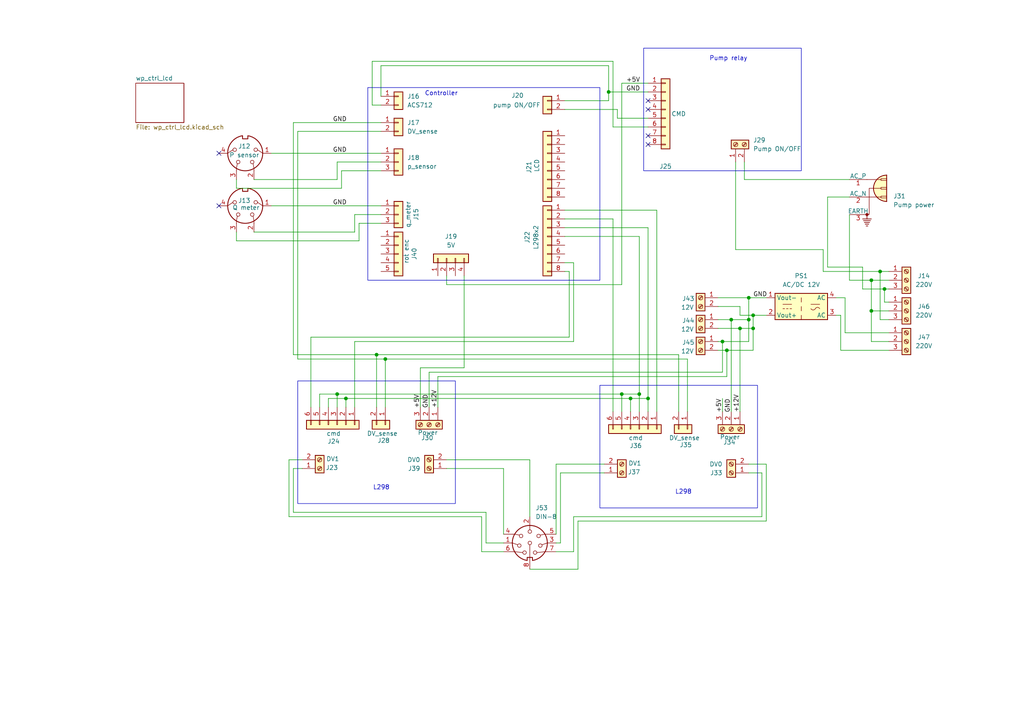
<source format=kicad_sch>
(kicad_sch (version 20231120) (generator "eeschema") (generator_version "8.0")
  (paper "A4")
  (lib_symbols
    (symbol "Connector:Conn_WallSocket_Earth" (pin_names (offset 0))
      (property "Reference" "J" (at 3.81 6.985 0))
      (property "Value" "Conn_WallSocket_Earth" (at 7.62 2.54 90))
      (symbol "Conn_WallSocket_Earth_0_1"
        (circle (center 0 -5.08) (radius 0.3556) (fill (type outline)))
        (polyline (pts (xy -1.27 -6.35) (xy 1.27 -6.35)) (stroke (width 0.2032)))
        (polyline (pts (xy 0 -5.08) (xy 0 -6.35)) (stroke (width 0.2032)))
        (polyline (pts (xy 0.254 -8.382) (xy -0.254 -8.382)) (stroke (width 0.2032)))
        (polyline (pts (xy 0.508 -7.874) (xy -0.508 -7.874)) (stroke (width 0.2032)))
        (polyline (pts (xy 0.762 -7.366) (xy -0.762 -7.366)) (stroke (width 0.2032)))
        (polyline (pts (xy 1.016 -6.858) (xy -1.016 -6.858)) (stroke (width 0.2032)))
        (polyline (pts (xy 4.064 0) (xy 0 0)))
        (polyline (pts (xy 4.064 5.08) (xy 0 5.08)))
        (polyline (pts (xy 5.715 -1.27) (xy 5.715 6.35)) (stroke (width 0.254)))
        (polyline (pts (xy 0 -5.08) (xy 0.635 -5.08) (xy 0.635 2.54) (xy 4.064 2.54)))
        (rectangle (start 5.715 -0.254) (end 4.064 0.254))
        (rectangle (start 5.715 2.286) (end 4.064 2.794))
        (rectangle (start 5.715 4.826) (end 4.064 5.334))
        (arc (start 5.715 6.35) (mid 1.9216 2.54) (end 5.715 -1.27) (stroke (width 0.254)) (fill (type background)))
      )
      (symbol "Conn_WallSocket_Earth_1_1"
        (pin power_in line (at -5.08 5.08 0) (length 5.08) (name "AC_P") (number "1"))
        (pin power_in line (at -5.08 0 0) (length 5.08) (name "AC_N") (number "2"))
        (pin passive line (at -5.08 -5.08 0) (length 5.08) (name "EARTH") (number "3"))
      )
    )
    (symbol "Connector:DIN-4" (pin_names (offset 1.016))
      (property "Reference" "J" (at 5.334 5.08 0))
      (property "Value" "DIN-4" (at 0 -6.35 0))
      (symbol "DIN-4_0_1"
        (arc (start -5.08 0) (mid -3.8609 -3.3364) (end -0.762 -5.08) (stroke (width 0.254)))
        (circle (center -3.048 -1.016) (radius 0.508))
        (circle (center -2.032 2.54) (radius 0.508))
        (polyline (pts (xy -3.556 -1.016) (xy -5.08 0)))
        (polyline (pts (xy 5.08 0) (xy 3.556 -1.016)))
        (polyline (pts (xy -2.54 5.08) (xy -2.54 4.318) (xy -2.286 3.048)))
        (polyline (pts (xy 2.54 5.08) (xy 2.54 4.318) (xy 2.286 3.048)))
        (polyline (pts (xy -0.762 -4.953) (xy -0.762 -4.191) (xy 0.762 -4.191) (xy 0.762 -4.953)) (stroke (width 0.254)))
        (arc (start 0.762 -5.08) (mid 3.8685 -3.343) (end 5.08 0) (stroke (width 0.254)))
        (circle (center 2.032 2.54) (radius 0.508))
        (circle (center 3.048 -1.016) (radius 0.508))
        (arc (start 5.08 0) (mid 0 5.0579) (end -5.08 0) (stroke (width 0.254)))
      )
      (symbol "DIN-4_1_1"
        (pin passive line (at -7.62 0 0) (length 2.54) (name "~") (number "1"))
        (pin passive line (at -2.54 7.62 270) (length 2.54) (name "~") (number "2"))
        (pin passive line (at 2.54 7.62 270) (length 2.54) (name "~") (number "3"))
        (pin passive line (at 7.62 0 180) (length 2.54) (name "~") (number "4"))
      )
    )
    (symbol "Connector:DIN-8" (pin_names (offset 1.016))
      (property "Reference" "J" (at 3.175 5.715 0))
      (property "Value" "DIN-8" (at 2.032 -5.842 0))
      (symbol "DIN-8_0_1"
        (arc (start -5.08 0) (mid -3.8609 -3.3364) (end -0.762 -5.08) (stroke (width 0.254)))
        (circle (center -3.048 -0.762) (radius 0.508))
        (circle (center -2.54 2.032) (radius 0.508))
        (circle (center -1.524 -2.794) (radius 0.508))
        (polyline (pts (xy -5.08 0) (xy -3.556 -0.508)))
        (polyline (pts (xy 0 -0.508) (xy 0 -5.08)))
        (polyline (pts (xy 0 5.08) (xy 0 3.81)))
        (polyline (pts (xy 5.08 0) (xy 3.556 -0.508)))
        (polyline (pts (xy -5.08 -2.54) (xy -4.318 -2.54) (xy -2.032 -2.794)))
        (polyline (pts (xy -5.08 2.54) (xy -4.318 2.54) (xy -3.048 2.286)))
        (polyline (pts (xy 5.08 -2.54) (xy 4.318 -2.54) (xy 2.032 -2.794)))
        (polyline (pts (xy 5.08 2.54) (xy 4.318 2.54) (xy 3.048 2.286)))
        (polyline (pts (xy -0.762 -4.953) (xy -0.762 -4.191) (xy 0.762 -4.191) (xy 0.762 -4.953)) (stroke (width 0.254)))
        (circle (center 0 0) (radius 0.508))
        (circle (center 0 3.302) (radius 0.508))
        (arc (start 0.762 -5.08) (mid 3.8685 -3.343) (end 5.08 0) (stroke (width 0.254)))
        (circle (center 1.524 -2.794) (radius 0.508))
        (circle (center 2.54 2.032) (radius 0.508))
        (circle (center 3.048 -0.762) (radius 0.508))
        (arc (start 5.08 0) (mid 0 5.0579) (end -5.08 0) (stroke (width 0.254)))
      )
      (symbol "DIN-8_1_1"
        (pin passive line (at -7.62 0 0) (length 2.54) (name "~") (number "1"))
        (pin passive line (at 0 7.62 270) (length 2.54) (name "~") (number "2"))
        (pin passive line (at 7.62 0 180) (length 2.54) (name "~") (number "3"))
        (pin passive line (at -7.62 2.54 0) (length 2.54) (name "~") (number "4"))
        (pin passive line (at 7.62 2.54 180) (length 2.54) (name "~") (number "5"))
        (pin passive line (at -7.62 -2.54 0) (length 2.54) (name "~") (number "6"))
        (pin passive line (at 7.62 -2.54 180) (length 2.54) (name "~") (number "7"))
        (pin passive line (at 0 -7.62 90) (length 2.54) (name "~") (number "8"))
      )
    )
    (symbol "Connector:Screw_Terminal_01x02" (pin_names (offset 1.016) hide)
      (property "Reference" "J" (at 0 2.54 0))
      (property "Value" "Screw_Terminal_01x02" (at 0 -5.08 0))
      (symbol "Screw_Terminal_01x02_1_1"
        (rectangle (start -1.27 1.27) (end 1.27 -3.81) (stroke (width 0.254)) (fill (type background)))
        (circle (center 0 -2.54) (radius 0.635) (stroke (width 0.1524)))
        (polyline (pts (xy -0.5334 -2.2098) (xy 0.3302 -3.048)) (stroke (width 0.1524)))
        (polyline (pts (xy -0.5334 0.3302) (xy 0.3302 -0.508)) (stroke (width 0.1524)))
        (polyline (pts (xy -0.3556 -2.032) (xy 0.508 -2.8702)) (stroke (width 0.1524)))
        (polyline (pts (xy -0.3556 0.508) (xy 0.508 -0.3302)) (stroke (width 0.1524)))
        (circle (center 0 0) (radius 0.635) (stroke (width 0.1524)))
        (pin passive line (at -5.08 0 0) (length 3.81) (name "Pin_1") (number "1"))
        (pin passive line (at -5.08 -2.54 0) (length 3.81) (name "Pin_2") (number "2"))
      )
    )
    (symbol "Connector:Screw_Terminal_01x03" (pin_names (offset 1.016) hide)
      (property "Reference" "J" (at 0 5.08 0))
      (property "Value" "Screw_Terminal_01x03" (at 0 -5.08 0))
      (symbol "Screw_Terminal_01x03_1_1"
        (rectangle (start -1.27 3.81) (end 1.27 -3.81) (stroke (width 0.254)) (fill (type background)))
        (circle (center 0 -2.54) (radius 0.635) (stroke (width 0.1524)))
        (polyline (pts (xy -0.5334 -2.2098) (xy 0.3302 -3.048)) (stroke (width 0.1524)))
        (polyline (pts (xy -0.5334 0.3302) (xy 0.3302 -0.508)) (stroke (width 0.1524)))
        (polyline (pts (xy -0.5334 2.8702) (xy 0.3302 2.032)) (stroke (width 0.1524)))
        (polyline (pts (xy -0.3556 -2.032) (xy 0.508 -2.8702)) (stroke (width 0.1524)))
        (polyline (pts (xy -0.3556 0.508) (xy 0.508 -0.3302)) (stroke (width 0.1524)))
        (polyline (pts (xy -0.3556 3.048) (xy 0.508 2.2098)) (stroke (width 0.1524)))
        (circle (center 0 0) (radius 0.635) (stroke (width 0.1524)))
        (circle (center 0 2.54) (radius 0.635) (stroke (width 0.1524)))
        (pin passive line (at -5.08 2.54 0) (length 3.81) (name "Pin_1") (number "1"))
        (pin passive line (at -5.08 0 0) (length 3.81) (name "Pin_2") (number "2"))
        (pin passive line (at -5.08 -2.54 0) (length 3.81) (name "Pin_3") (number "3"))
      )
    )
    (symbol "Connector_Generic:Conn_01x02" (pin_names (offset 1.016) hide)
      (property "Reference" "J" (at 0 2.54 0))
      (property "Value" "Conn_01x02" (at 0 -5.08 0))
      (symbol "Conn_01x02_1_1"
        (rectangle (start -1.27 -2.413) (end 0 -2.667) (stroke (width 0.1524)))
        (rectangle (start -1.27 0.127) (end 0 -0.127) (stroke (width 0.1524)))
        (rectangle (start -1.27 1.27) (end 1.27 -3.81) (stroke (width 0.254)) (fill (type background)))
        (pin passive line (at -5.08 0 0) (length 3.81) (name "Pin_1") (number "1"))
        (pin passive line (at -5.08 -2.54 0) (length 3.81) (name "Pin_2") (number "2"))
      )
    )
    (symbol "Connector_Generic:Conn_01x03" (pin_names (offset 1.016) hide)
      (property "Reference" "J" (at 0 5.08 0))
      (property "Value" "Conn_01x03" (at 0 -5.08 0))
      (symbol "Conn_01x03_1_1"
        (rectangle (start -1.27 -2.413) (end 0 -2.667) (stroke (width 0.1524)))
        (rectangle (start -1.27 0.127) (end 0 -0.127) (stroke (width 0.1524)))
        (rectangle (start -1.27 2.667) (end 0 2.413) (stroke (width 0.1524)))
        (rectangle (start -1.27 3.81) (end 1.27 -3.81) (stroke (width 0.254)) (fill (type background)))
        (pin passive line (at -5.08 2.54 0) (length 3.81) (name "Pin_1") (number "1"))
        (pin passive line (at -5.08 0 0) (length 3.81) (name "Pin_2") (number "2"))
        (pin passive line (at -5.08 -2.54 0) (length 3.81) (name "Pin_3") (number "3"))
      )
    )
    (symbol "Connector_Generic:Conn_01x04" (pin_names (offset 1.016) hide)
      (property "Reference" "J" (at 0 5.08 0))
      (property "Value" "Conn_01x04" (at 0 -7.62 0))
      (symbol "Conn_01x04_1_1"
        (rectangle (start -1.27 -4.953) (end 0 -5.207) (stroke (width 0.1524)))
        (rectangle (start -1.27 -2.413) (end 0 -2.667) (stroke (width 0.1524)))
        (rectangle (start -1.27 0.127) (end 0 -0.127) (stroke (width 0.1524)))
        (rectangle (start -1.27 2.667) (end 0 2.413) (stroke (width 0.1524)))
        (rectangle (start -1.27 3.81) (end 1.27 -6.35) (stroke (width 0.254)) (fill (type background)))
        (pin passive line (at -5.08 2.54 0) (length 3.81) (name "Pin_1") (number "1"))
        (pin passive line (at -5.08 0 0) (length 3.81) (name "Pin_2") (number "2"))
        (pin passive line (at -5.08 -2.54 0) (length 3.81) (name "Pin_3") (number "3"))
        (pin passive line (at -5.08 -5.08 0) (length 3.81) (name "Pin_4") (number "4"))
      )
    )
    (symbol "Connector_Generic:Conn_01x05" (pin_names (offset 1.016) hide)
      (property "Reference" "J" (at 0 7.62 0))
      (property "Value" "Conn_01x05" (at 0 -7.62 0))
      (symbol "Conn_01x05_1_1"
        (rectangle (start -1.27 -4.953) (end 0 -5.207) (stroke (width 0.1524)))
        (rectangle (start -1.27 -2.413) (end 0 -2.667) (stroke (width 0.1524)))
        (rectangle (start -1.27 0.127) (end 0 -0.127) (stroke (width 0.1524)))
        (rectangle (start -1.27 2.667) (end 0 2.413) (stroke (width 0.1524)))
        (rectangle (start -1.27 5.207) (end 0 4.953) (stroke (width 0.1524)))
        (rectangle (start -1.27 6.35) (end 1.27 -6.35) (stroke (width 0.254)) (fill (type background)))
        (pin passive line (at -5.08 5.08 0) (length 3.81) (name "Pin_1") (number "1"))
        (pin passive line (at -5.08 2.54 0) (length 3.81) (name "Pin_2") (number "2"))
        (pin passive line (at -5.08 0 0) (length 3.81) (name "Pin_3") (number "3"))
        (pin passive line (at -5.08 -2.54 0) (length 3.81) (name "Pin_4") (number "4"))
        (pin passive line (at -5.08 -5.08 0) (length 3.81) (name "Pin_5") (number "5"))
      )
    )
    (symbol "Connector_Generic:Conn_01x06" (pin_names (offset 1.016) hide)
      (property "Reference" "J" (at 0 7.62 0))
      (property "Value" "Conn_01x06" (at 0 -10.16 0))
      (symbol "Conn_01x06_1_1"
        (rectangle (start -1.27 -7.493) (end 0 -7.747) (stroke (width 0.1524)))
        (rectangle (start -1.27 -4.953) (end 0 -5.207) (stroke (width 0.1524)))
        (rectangle (start -1.27 -2.413) (end 0 -2.667) (stroke (width 0.1524)))
        (rectangle (start -1.27 0.127) (end 0 -0.127) (stroke (width 0.1524)))
        (rectangle (start -1.27 2.667) (end 0 2.413) (stroke (width 0.1524)))
        (rectangle (start -1.27 5.207) (end 0 4.953) (stroke (width 0.1524)))
        (rectangle (start -1.27 6.35) (end 1.27 -8.89) (stroke (width 0.254)) (fill (type background)))
        (pin passive line (at -5.08 5.08 0) (length 3.81) (name "Pin_1") (number "1"))
        (pin passive line (at -5.08 2.54 0) (length 3.81) (name "Pin_2") (number "2"))
        (pin passive line (at -5.08 0 0) (length 3.81) (name "Pin_3") (number "3"))
        (pin passive line (at -5.08 -2.54 0) (length 3.81) (name "Pin_4") (number "4"))
        (pin passive line (at -5.08 -5.08 0) (length 3.81) (name "Pin_5") (number "5"))
        (pin passive line (at -5.08 -7.62 0) (length 3.81) (name "Pin_6") (number "6"))
      )
    )
    (symbol "Connector_Generic:Conn_01x08" (pin_names (offset 1.016) hide)
      (property "Reference" "J" (at 0 10.16 0))
      (property "Value" "Conn_01x08" (at 0 -12.7 0))
      (symbol "Conn_01x08_1_1"
        (rectangle (start -1.27 -10.033) (end 0 -10.287) (stroke (width 0.1524)))
        (rectangle (start -1.27 -7.493) (end 0 -7.747) (stroke (width 0.1524)))
        (rectangle (start -1.27 -4.953) (end 0 -5.207) (stroke (width 0.1524)))
        (rectangle (start -1.27 -2.413) (end 0 -2.667) (stroke (width 0.1524)))
        (rectangle (start -1.27 0.127) (end 0 -0.127) (stroke (width 0.1524)))
        (rectangle (start -1.27 2.667) (end 0 2.413) (stroke (width 0.1524)))
        (rectangle (start -1.27 5.207) (end 0 4.953) (stroke (width 0.1524)))
        (rectangle (start -1.27 7.747) (end 0 7.493) (stroke (width 0.1524)))
        (rectangle (start -1.27 8.89) (end 1.27 -11.43) (stroke (width 0.254)) (fill (type background)))
        (pin passive line (at -5.08 7.62 0) (length 3.81) (name "Pin_1") (number "1"))
        (pin passive line (at -5.08 5.08 0) (length 3.81) (name "Pin_2") (number "2"))
        (pin passive line (at -5.08 2.54 0) (length 3.81) (name "Pin_3") (number "3"))
        (pin passive line (at -5.08 0 0) (length 3.81) (name "Pin_4") (number "4"))
        (pin passive line (at -5.08 -2.54 0) (length 3.81) (name "Pin_5") (number "5"))
        (pin passive line (at -5.08 -5.08 0) (length 3.81) (name "Pin_6") (number "6"))
        (pin passive line (at -5.08 -7.62 0) (length 3.81) (name "Pin_7") (number "7"))
        (pin passive line (at -5.08 -10.16 0) (length 3.81) (name "Pin_8") (number "8"))
      )
    )
    (symbol "Converter_ACDC:TMLM20105"
      (property "Reference" "PS" (at 0 5.08 0))
      (property "Value" "TMLM20105" (at 0 -5.08 0))
      (symbol "TMLM20105_0_1"
        (rectangle (start -7.62 3.81) (end 7.62 -3.81) (stroke (width 0.254)) (fill (type background)))
        (arc (start -5.334 0.635) (mid -4.699 0.2495) (end -4.064 0.635))
        (arc (start -2.794 0.635) (mid -3.429 1.0072) (end -4.064 0.635))
        (polyline (pts (xy -5.334 -0.635) (xy -2.794 -0.635)))
        (polyline (pts (xy 2.794 -0.635) (xy 5.334 -0.635)))
        (polyline (pts (xy 2.794 0.635) (xy 3.302 0.635)))
        (polyline (pts (xy 3.81 0.635) (xy 4.318 0.635)))
        (polyline (pts (xy 4.826 0.635) (xy 5.334 0.635)))
      )
      (symbol "TMLM20105_1_1"
        (polyline (pts (xy 0 -1.27) (xy 0 -2.54)))
        (polyline (pts (xy 0 1.27) (xy 0 0)))
        (polyline (pts (xy 0 3.81) (xy 0 2.54)))
        (pin power_out line (at 10.16 -2.54 180) (length 2.54) (name "Vout-") (number "1"))
        (pin power_out line (at 10.16 2.54 180) (length 2.54) (name "Vout+") (number "2"))
        (pin power_in line (at -10.16 2.54 0) (length 2.54) (name "AC") (number "3"))
        (pin power_in line (at -10.16 -2.54 0) (length 2.54) (name "AC") (number "4"))
      )
    )
  )
  (junction (at 218.44 95.25))
  (junction (at 252.73 81.28))
  (junction (at 97.79 114.3))
  (junction (at 210.82 101.6))
  (junction (at 209.55 99.06))
  (junction (at 252.73 90.17))
  (junction (at 187.96 115.57))
  (junction (at 217.17 86.36))
  (junction (at 180.34 114.3))
  (junction (at 218.44 91.44))
  (junction (at 217.17 92.71))
  (junction (at 256.54 83.82))
  (junction (at 176.53 26.67))
  (junction (at 109.22 102.87))
  (junction (at 182.88 115.57))
  (junction (at 111.76 104.14))
  (junction (at 214.63 95.25))
  (junction (at 255.27 78.74))
  (junction (at 212.09 92.71))
  (junction (at 185.42 114.3))
  (junction (at 100.33 115.57))
  (no_connect (at 187.96 41.91))
  (no_connect (at 63.5 59.69))
  (no_connect (at 187.96 29.21))
  (no_connect (at 187.96 39.37))
  (no_connect (at 63.5 44.45))
  (no_connect (at 187.96 31.75))
  (wire (pts (xy 252.73 90.17) (xy 252.73 81.28)))
  (wire (pts (xy 110.49 19.05) (xy 176.53 19.05)))
  (wire (pts (xy 180.34 114.3) (xy 180.34 119.38)))
  (wire (pts (xy 166.37 160.02) (xy 161.29 160.02)))
  (wire (pts (xy 208.28 92.71) (xy 212.09 92.71)))
  (wire (pts (xy 165.1 97.79) (xy 165.1 78.74)))
  (wire (pts (xy 139.7 149.86) (xy 139.7 160.02)))
  (wire (pts (xy 111.76 118.11) (xy 111.76 104.14)))
  (wire (pts (xy 99.06 54.61) (xy 99.06 49.53)))
  (wire (pts (xy 86.36 104.14) (xy 111.76 104.14)))
  (wire (pts (xy 199.39 104.14) (xy 199.39 119.38)))
  (wire (pts (xy 100.33 115.57) (xy 95.25 115.57)))
  (wire (pts (xy 240.03 57.15) (xy 246.38 57.15)))
  (wire (pts (xy 73.66 52.07) (xy 97.79 52.07)))
  (wire (pts (xy 222.25 134.62) (xy 222.25 151.13)))
  (wire (pts (xy 73.66 67.31) (xy 102.87 67.31)))
  (wire (pts (xy 124.46 107.95) (xy 124.46 118.11)))
  (wire (pts (xy 95.25 118.11) (xy 95.25 115.57)))
  (wire (pts (xy 161.29 157.48) (xy 162.56 157.48)))
  (wire (pts (xy 140.97 157.48) (xy 146.05 157.48)))
  (wire (pts (xy 250.19 77.47) (xy 250.19 83.82)))
  (wire (pts (xy 240.03 77.47) (xy 250.19 77.47)))
  (wire (pts (xy 92.71 114.3) (xy 92.71 118.11)))
  (wire (pts (xy 109.22 102.87) (xy 196.85 102.87)))
  (wire (pts (xy 163.83 63.5) (xy 177.8 63.5)))
  (wire (pts (xy 180.34 24.13) (xy 180.34 82.55)))
  (wire (pts (xy 163.83 29.21) (xy 176.53 29.21)))
  (wire (pts (xy 100.33 115.57) (xy 182.88 115.57)))
  (wire (pts (xy 83.82 149.86) (xy 139.7 149.86)))
  (wire (pts (xy 166.37 76.2) (xy 163.83 76.2)))
  (wire (pts (xy 162.56 137.16) (xy 175.26 137.16)))
  (wire (pts (xy 127 109.22) (xy 210.82 109.22)))
  (wire (pts (xy 187.96 24.13) (xy 180.34 24.13)))
  (wire (pts (xy 78.74 59.69) (xy 110.49 59.69)))
  (wire (pts (xy 177.8 63.5) (xy 177.8 119.38)))
  (wire (pts (xy 213.36 72.39) (xy 238.76 72.39)))
  (wire (pts (xy 243.84 101.6) (xy 257.81 101.6)))
  (wire (pts (xy 78.74 44.45) (xy 110.49 44.45)))
  (wire (pts (xy 242.57 86.36) (xy 245.11 86.36)))
  (wire (pts (xy 177.8 17.78) (xy 177.8 36.83)))
  (wire (pts (xy 252.73 99.06) (xy 252.73 90.17)))
  (wire (pts (xy 210.82 101.6) (xy 210.82 109.22)))
  (wire (pts (xy 140.97 148.59) (xy 140.97 157.48)))
  (wire (pts (xy 90.17 97.79) (xy 165.1 97.79)))
  (wire (pts (xy 107.95 17.78) (xy 177.8 17.78)))
  (wire (pts (xy 252.73 81.28) (xy 257.81 81.28)))
  (wire (pts (xy 102.87 118.11) (xy 102.87 99.06)))
  (wire (pts (xy 196.85 102.87) (xy 196.85 119.38)))
  (wire (pts (xy 210.82 101.6) (xy 218.44 101.6)))
  (wire (pts (xy 85.09 148.59) (xy 140.97 148.59)))
  (wire (pts (xy 179.07 31.75) (xy 179.07 34.29)))
  (wire (pts (xy 161.29 134.62) (xy 175.26 134.62)))
  (wire (pts (xy 215.9 52.07) (xy 215.9 46.99)))
  (wire (pts (xy 99.06 49.53) (xy 110.49 49.53)))
  (wire (pts (xy 162.56 137.16) (xy 162.56 157.48)))
  (wire (pts (xy 121.92 106.68) (xy 121.92 118.11)))
  (wire (pts (xy 214.63 88.9) (xy 208.28 88.9)))
  (wire (pts (xy 100.33 118.11) (xy 100.33 115.57)))
  (wire (pts (xy 139.7 160.02) (xy 146.05 160.02)))
  (wire (pts (xy 255.27 92.71) (xy 255.27 78.74)))
  (wire (pts (xy 102.87 99.06) (xy 166.37 99.06)))
  (wire (pts (xy 222.25 151.13) (xy 167.64 151.13)))
  (wire (pts (xy 68.58 52.07) (xy 68.58 54.61)))
  (wire (pts (xy 129.54 133.35) (xy 153.67 133.35)))
  (wire (pts (xy 146.05 154.94) (xy 146.05 135.89)))
  (wire (pts (xy 214.63 91.44) (xy 214.63 88.9)))
  (wire (pts (xy 111.76 104.14) (xy 199.39 104.14)))
  (wire (pts (xy 190.5 60.96) (xy 190.5 119.38)))
  (wire (pts (xy 177.8 36.83) (xy 187.96 36.83)))
  (wire (pts (xy 161.29 134.62) (xy 161.29 154.94)))
  (wire (pts (xy 212.09 92.71) (xy 217.17 92.71)))
  (wire (pts (xy 97.79 118.11) (xy 97.79 114.3)))
  (wire (pts (xy 102.87 67.31) (xy 102.87 62.23)))
  (wire (pts (xy 179.07 34.29) (xy 187.96 34.29)))
  (wire (pts (xy 257.81 92.71) (xy 255.27 92.71)))
  (wire (pts (xy 246.38 81.28) (xy 252.73 81.28)))
  (wire (pts (xy 85.09 35.56) (xy 110.49 35.56)))
  (wire (pts (xy 85.09 148.59) (xy 85.09 135.89)))
  (wire (pts (xy 163.83 31.75) (xy 179.07 31.75)))
  (wire (pts (xy 166.37 149.86) (xy 166.37 160.02)))
  (wire (pts (xy 187.96 115.57) (xy 182.88 115.57)))
  (wire (pts (xy 220.98 137.16) (xy 217.17 137.16)))
  (wire (pts (xy 222.25 86.36) (xy 217.17 86.36)))
  (wire (pts (xy 218.44 95.25) (xy 218.44 91.44)))
  (wire (pts (xy 166.37 76.2) (xy 166.37 99.06)))
  (wire (pts (xy 209.55 99.06) (xy 217.17 99.06)))
  (wire (pts (xy 163.83 66.04) (xy 187.96 66.04)))
  (wire (pts (xy 238.76 72.39) (xy 238.76 78.74)))
  (wire (pts (xy 83.82 133.35) (xy 83.82 149.86)))
  (wire (pts (xy 163.83 60.96) (xy 190.5 60.96)))
  (wire (pts (xy 185.42 114.3) (xy 180.34 114.3)))
  (wire (pts (xy 242.57 91.44) (xy 243.84 91.44)))
  (wire (pts (xy 90.17 118.11) (xy 90.17 97.79)))
  (wire (pts (xy 129.54 135.89) (xy 146.05 135.89)))
  (wire (pts (xy 107.95 30.48) (xy 107.95 17.78)))
  (wire (pts (xy 176.53 19.05) (xy 176.53 26.67)))
  (wire (pts (xy 257.81 78.74) (xy 255.27 78.74)))
  (wire (pts (xy 102.87 62.23) (xy 110.49 62.23)))
  (wire (pts (xy 104.14 64.77) (xy 104.14 69.85)))
  (wire (pts (xy 187.96 119.38) (xy 187.96 115.57)))
  (wire (pts (xy 243.84 91.44) (xy 243.84 101.6)))
  (wire (pts (xy 176.53 29.21) (xy 176.53 26.67)))
  (wire (pts (xy 127 109.22) (xy 127 118.11)))
  (wire (pts (xy 217.17 92.71) (xy 217.17 86.36)))
  (wire (pts (xy 182.88 119.38) (xy 182.88 115.57)))
  (wire (pts (xy 68.58 69.85) (xy 68.58 67.31)))
  (wire (pts (xy 246.38 52.07) (xy 215.9 52.07)))
  (wire (pts (xy 167.64 165.1) (xy 153.67 165.1)))
  (wire (pts (xy 238.76 78.74) (xy 255.27 78.74)))
  (wire (pts (xy 245.11 96.52) (xy 257.81 96.52)))
  (wire (pts (xy 180.34 82.55) (xy 129.54 82.55)))
  (wire (pts (xy 167.64 151.13) (xy 167.64 165.1)))
  (wire (pts (xy 97.79 114.3) (xy 92.71 114.3)))
  (wire (pts (xy 222.25 91.44) (xy 218.44 91.44)))
  (wire (pts (xy 110.49 30.48) (xy 107.95 30.48)))
  (wire (pts (xy 176.53 26.67) (xy 187.96 26.67)))
  (wire (pts (xy 134.62 106.68) (xy 121.92 106.68)))
  (wire (pts (xy 217.17 92.71) (xy 217.17 99.06)))
  (wire (pts (xy 166.37 149.86) (xy 220.98 149.86)))
  (wire (pts (xy 104.14 64.77) (xy 110.49 64.77)))
  (wire (pts (xy 212.09 92.71) (xy 212.09 119.38)))
  (wire (pts (xy 256.54 87.63) (xy 256.54 83.82)))
  (wire (pts (xy 252.73 90.17) (xy 257.81 90.17)))
  (wire (pts (xy 153.67 149.86) (xy 153.67 133.35)))
  (wire (pts (xy 165.1 78.74) (xy 163.83 78.74)))
  (wire (pts (xy 208.28 95.25) (xy 214.63 95.25)))
  (wire (pts (xy 256.54 83.82) (xy 250.19 83.82)))
  (wire (pts (xy 110.49 27.94) (xy 110.49 19.05)))
  (wire (pts (xy 208.28 99.06) (xy 209.55 99.06)))
  (wire (pts (xy 129.54 82.55) (xy 129.54 80.01)))
  (wire (pts (xy 110.49 38.1) (xy 86.36 38.1)))
  (wire (pts (xy 257.81 87.63) (xy 256.54 87.63)))
  (wire (pts (xy 187.96 66.04) (xy 187.96 115.57)))
  (wire (pts (xy 208.28 101.6) (xy 210.82 101.6)))
  (wire (pts (xy 218.44 95.25) (xy 218.44 101.6)))
  (wire (pts (xy 97.79 46.99) (xy 110.49 46.99)))
  (wire (pts (xy 185.42 68.58) (xy 185.42 114.3)))
  (wire (pts (xy 85.09 135.89) (xy 87.63 135.89)))
  (wire (pts (xy 97.79 52.07) (xy 97.79 46.99)))
  (wire (pts (xy 214.63 95.25) (xy 214.63 119.38)))
  (wire (pts (xy 97.79 114.3) (xy 180.34 114.3)))
  (wire (pts (xy 257.81 83.82) (xy 256.54 83.82)))
  (wire (pts (xy 83.82 133.35) (xy 87.63 133.35)))
  (wire (pts (xy 85.09 35.56) (xy 85.09 102.87)))
  (wire (pts (xy 209.55 99.06) (xy 209.55 107.95)))
  (wire (pts (xy 68.58 54.61) (xy 99.06 54.61)))
  (wire (pts (xy 217.17 134.62) (xy 222.25 134.62)))
  (wire (pts (xy 86.36 38.1) (xy 86.36 104.14)))
  (wire (pts (xy 240.03 57.15) (xy 240.03 77.47)))
  (wire (pts (xy 257.81 99.06) (xy 252.73 99.06)))
  (wire (pts (xy 218.44 91.44) (xy 214.63 91.44)))
  (wire (pts (xy 134.62 80.01) (xy 134.62 106.68)))
  (wire (pts (xy 220.98 149.86) (xy 220.98 137.16)))
  (wire (pts (xy 185.42 119.38) (xy 185.42 114.3)))
  (wire (pts (xy 246.38 62.23) (xy 246.38 81.28)))
  (wire (pts (xy 109.22 102.87) (xy 109.22 118.11)))
  (wire (pts (xy 85.09 102.87) (xy 109.22 102.87)))
  (wire (pts (xy 213.36 46.99) (xy 213.36 72.39)))
  (wire (pts (xy 163.83 68.58) (xy 185.42 68.58)))
  (wire (pts (xy 217.17 86.36) (xy 208.28 86.36)))
  (wire (pts (xy 104.14 69.85) (xy 68.58 69.85)))
  (wire (pts (xy 214.63 95.25) (xy 218.44 95.25)))
  (wire (pts (xy 245.11 86.36) (xy 245.11 96.52)))
  (wire (pts (xy 124.46 107.95) (xy 209.55 107.95)))
  (wire (pts (xy 209.55 119.38) (xy 209.55 115.57)))
  (rectangle (start 219.71 147.32) (end 173.99 111.76))
  (rectangle (start 186.69 13.97) (end 232.41 49.53))
  (rectangle (start 132.08 146.05) (end 86.36 110.49))
  (rectangle (start 106.68 25.4) (end 173.99 81.28))
  (text "L298" (at 113.03 142.24 0) (effects (font (size 1.27 1.27)) (justify right bottom)))
  (text "L298" (at 200.66 143.51 0) (effects (font (size 1.27 1.27)) (justify right bottom)))
  (text "Pump relay" (at 205.74 17.78 0) (effects (font (size 1.27 1.27)) (justify left bottom)))
  (text "Controller" (at 123.19 27.94 0) (effects (font (size 1.27 1.27)) (justify left bottom)))
  (label "+5V" (at 121.92 114.3 270))
  (label "+12V" (at 214.63 114.3 270))
  (label "GND" (at 181.61 26.67 0))
  (label "GND" (at 124.46 114.3 270))
  (label "+5V" (at 181.61 24.13 0))
  (label "GND" (at 96.52 35.56 0))
  (label "GND" (at 218.44 86.36 0))
  (label "GND" (at 212.09 115.57 270))
  (label "+12V" (at 127 113.03 270))
  (label "GND" (at 96.52 59.69 0))
  (label "+5V" (at 209.55 115.57 270))
  (label "GND" (at 96.52 44.45 0))
  (symbol (lib_id "Connector_Generic:Conn_01x02") (at 199.39 124.46 270) (unit 1) (exclude_from_sim yes) (on_board no)
    (property "Reference" "J35" (at 197.104 129.032 90) (effects (justify left)))
    (property "Value" "DV_sense" (at 194.056 127 90) (effects (justify left)))
  )
  (symbol (lib_id "Connector_Generic:Conn_01x04") (at 129.54 74.93 90) (unit 1) (exclude_from_sim yes) (on_board no)
    (property "Reference" "J19" (at 130.81 68.58 90))
    (property "Value" "5V" (at 130.81 71.12 90))
  )
  (symbol (lib_id "Connector:Conn_WallSocket_Earth") (at 251.46 57.15 0) (unit 1) (exclude_from_sim yes) (on_board no)
    (property "Reference" "J31" (at 259.08 56.8833 0) (effects (justify left)))
    (property "Value" "Pump power" (at 259.08 59.4233 0) (effects (justify left)))
  )
  (symbol (lib_id "Connector_Generic:Conn_01x08") (at 158.75 68.58 0) (mirror y) (unit 1) (exclude_from_sim yes) (on_board no)
    (property "Reference" "J22" (at 152.908 68.834 90))
    (property "Value" "L298x2" (at 155.448 68.834 90))
    (property "Description" "Generic connector, single row, 01x08, script generated (kicad-library-utils/schlib/autogen/connector/)" (effects (hide yes)))
  )
  (symbol (lib_id "Connector_Generic:Conn_01x05") (at 115.57 73.66 0) (unit 1) (exclude_from_sim yes) (on_board no)
    (property "Reference" "J40" (at 120.142 75.438 90) (effects (justify left)))
    (property "Value" "rot enc" (at 117.856 76.454 90) (effects (justify left)))
    (property "Description" "Generic connector, single row, 01x05, script generated (kicad-library-utils/schlib/autogen/connector/)" (effects (hide yes)))
  )
  (symbol (lib_id "Connector:Screw_Terminal_01x03") (at 262.89 81.28 0) (unit 1) (exclude_from_sim yes) (on_board no)
    (property "Reference" "J14" (at 267.97 80.01 0))
    (property "Value" "220V" (at 267.97 82.55 0))
  )
  (symbol (lib_id "Connector_Generic:Conn_01x02") (at 115.57 35.56 0) (unit 1) (exclude_from_sim yes) (on_board no)
    (property "Reference" "J17" (at 118.11 35.56 0) (effects (justify left)))
    (property "Value" "DV_sense" (at 118.11 38.1 0) (effects (justify left)))
  )
  (symbol (lib_id "Connector_Generic:Conn_01x06") (at 185.42 124.46 270) (unit 1) (exclude_from_sim yes) (on_board no)
    (property "Reference" "J36" (at 184.404 129.286 90))
    (property "Value" "cmd" (at 184.404 127 90))
  )
  (symbol (lib_id "Connector:DIN-4") (at 71.12 44.45 180) (unit 1) (exclude_from_sim yes) (on_board no)
    (property "Reference" "J12" (at 70.866 42.418 0))
    (property "Value" "P sensor" (at 70.866 44.958 0))
    (property "Datasheet" "http://www.mouser.com/ds/2/18/40_c091_abd_e-75918.pdf" (effects (hide yes)))
  )
  (symbol (lib_id "Connector_Generic:Conn_01x02") (at 115.57 27.94 0) (unit 1) (exclude_from_sim yes) (on_board no)
    (property "Reference" "J16" (at 118.11 27.94 0) (effects (justify left)))
    (property "Value" "ACS712" (at 118.11 30.48 0) (effects (justify left)))
  )
  (symbol (lib_id "Connector:Screw_Terminal_01x02") (at 203.2 92.71 0) (mirror y) (unit 1) (exclude_from_sim yes) (on_board no)
    (property "Reference" "J44" (at 199.644 92.964 0))
    (property "Value" "12V" (at 199.39 95.504 0))
  )
  (symbol (lib_id "Connector_Generic:Conn_01x06") (at 97.79 123.19 270) (unit 1) (exclude_from_sim yes) (on_board no)
    (property "Reference" "J24" (at 96.774 128.016 90))
    (property "Value" "cmd" (at 96.774 125.73 90))
  )
  (symbol (lib_id "Connector_Generic:Conn_01x02") (at 158.75 29.21 0) (mirror y) (unit 1) (exclude_from_sim yes) (on_board no)
    (property "Reference" "J20" (at 150.114 27.686 0))
    (property "Value" "pump ON/OFF" (at 149.86 30.48 0))
  )
  (symbol (lib_id "Connector:Screw_Terminal_01x03") (at 262.89 99.06 0) (unit 1) (exclude_from_sim yes) (on_board no)
    (property "Reference" "J47" (at 267.97 97.79 0))
    (property "Value" "220V" (at 267.97 100.33 0))
  )
  (symbol (lib_id "Connector_Generic:Conn_01x03") (at 115.57 62.23 0) (unit 1) (exclude_from_sim yes) (on_board no)
    (property "Reference" "J15" (at 120.65 64.008 90) (effects (justify left)))
    (property "Value" "q_meter" (at 118.364 66.04 90) (effects (justify left)))
  )
  (symbol (lib_id "Connector:DIN-8") (at 153.67 157.48 0) (unit 1)
    (property "Reference" "J53" (at 155.3211 147.32 0) (effects (justify left)))
    (property "Value" "DIN-8" (at 155.3211 149.86 0) (effects (justify left)))
    (property "Datasheet" "http://www.mouser.com/ds/2/18/40_c091_abd_e-75918.pdf" (effects (hide yes)))
    (property "Description" "8-pin DIN connector" (effects (hide yes)))
  )
  (symbol (lib_id "Connector:DIN-4") (at 71.12 59.69 180) (unit 1) (exclude_from_sim yes) (on_board no)
    (property "Reference" "J13" (at 70.866 58.166 0))
    (property "Value" "Q meter" (at 71.374 60.198 0))
    (property "Datasheet" "http://www.mouser.com/ds/2/18/40_c091_abd_e-75918.pdf" (effects (hide yes)))
  )
  (symbol (lib_id "Converter_ACDC:TMLM20105") (at 232.41 88.9 180) (unit 1) (exclude_from_sim yes) (on_board no)
    (property "Reference" "PS1" (at 232.41 80.01 0))
    (property "Value" "AC/DC 12V" (at 232.41 82.55 0))
    (property "Footprint" "Converter_ACDC:Converter_ACDC_TRACO_TMLM-10-20_THT" (effects (hide yes)))
    (property "Datasheet" "https://www.tracopower.com/products/tmlm.pdf" (effects (hide yes)))
  )
  (symbol (lib_id "Connector_Generic:Conn_01x08") (at 158.75 46.99 0) (mirror y) (unit 1) (exclude_from_sim yes) (on_board no)
    (property "Reference" "J21" (at 153.416 48.514 90))
    (property "Value" "LCD" (at 155.702 48.006 90))
  )
  (symbol (lib_id "Connector:Screw_Terminal_01x02") (at 212.09 137.16 180) (unit 1) (exclude_from_sim yes) (on_board no)
    (property "Reference" "J33" (at 209.55 137.16 0) (effects (justify left)))
    (property "Value" "DV0" (at 209.55 134.62 0) (effects (justify left)))
  )
  (symbol (lib_id "Connector:Screw_Terminal_01x03") (at 124.46 123.19 270) (unit 1) (exclude_from_sim yes) (on_board no)
    (property "Reference" "J30" (at 125.73 127 90) (effects (justify right)))
    (property "Value" "Power" (at 127 125.476 90) (effects (justify right)))
  )
  (symbol (lib_id "Connector:Screw_Terminal_01x02") (at 203.2 99.06 0) (mirror y) (unit 1) (exclude_from_sim yes) (on_board no)
    (property "Reference" "J45" (at 199.644 99.314 0))
    (property "Value" "12V" (at 199.39 101.854 0))
  )
  (symbol (lib_id "Connector:Screw_Terminal_01x03") (at 262.89 90.17 0) (unit 1) (exclude_from_sim yes) (on_board no)
    (property "Reference" "J46" (at 267.97 88.9 0))
    (property "Value" "220V" (at 267.97 91.44 0))
  )
  (symbol (lib_id "Connector:Screw_Terminal_01x02") (at 213.36 41.91 90) (unit 1) (exclude_from_sim yes) (on_board no)
    (property "Reference" "J29" (at 218.44 40.64 90) (effects (justify right)))
    (property "Value" "Pump ON/OFF" (at 218.44 43.18 90) (effects (justify right)))
  )
  (symbol (lib_id "Connector:Screw_Terminal_01x02") (at 124.46 135.89 180) (unit 1) (exclude_from_sim yes) (on_board no)
    (property "Reference" "J39" (at 121.92 135.89 0) (effects (justify left)))
    (property "Value" "DV0" (at 121.92 133.35 0) (effects (justify left)))
  )
  (symbol (lib_id "Connector:Screw_Terminal_01x03") (at 212.09 124.46 270) (unit 1) (exclude_from_sim yes) (on_board no)
    (property "Reference" "J34" (at 213.36 128.27 90) (effects (justify right)))
    (property "Value" "Power" (at 214.63 126.746 90) (effects (justify right)))
  )
  (symbol (lib_id "Connector:Screw_Terminal_01x02") (at 203.2 86.36 0) (mirror y) (unit 1) (exclude_from_sim yes) (on_board no)
    (property "Reference" "J43" (at 199.644 86.614 0))
    (property "Value" "12V" (at 199.39 89.154 0))
  )
  (symbol (lib_id "Connector_Generic:Conn_01x03") (at 115.57 46.99 0) (unit 1) (exclude_from_sim yes) (on_board no)
    (property "Reference" "J18" (at 118.11 45.72 0) (effects (justify left)))
    (property "Value" "p_sensor" (at 118.11 48.26 0) (effects (justify left)))
  )
  (symbol (lib_id "Connector_Generic:Conn_01x08") (at 193.04 31.75 0) (unit 1) (exclude_from_sim yes) (on_board no)
    (property "Reference" "J25" (at 193.04 48.26 0))
    (property "Value" "CMD" (at 196.85 33.02 0))
  )
  (symbol (lib_id "Connector:Screw_Terminal_01x02") (at 92.71 135.89 0) (mirror x) (unit 1) (exclude_from_sim yes) (on_board no)
    (property "Reference" "J23" (at 96.266 135.636 0))
    (property "Value" "DV1" (at 96.52 133.096 0))
  )
  (symbol (lib_id "Connector:Screw_Terminal_01x02") (at 180.34 137.16 0) (mirror x) (unit 1) (exclude_from_sim yes) (on_board no)
    (property "Reference" "J37" (at 183.896 136.906 0))
    (property "Value" "DV1" (at 184.15 134.366 0))
  )
  (symbol (lib_id "Connector_Generic:Conn_01x02") (at 111.76 123.19 270) (unit 1) (exclude_from_sim yes) (on_board no)
    (property "Reference" "J28" (at 109.474 127.762 90) (effects (justify left)))
    (property "Value" "DV_sense" (at 106.426 125.73 90) (effects (justify left)))
  )
  (sheet (at 39.37 24.13) (size 13.97 11.43) (stroke (width 0.1524))
    (property "Sheetname" "wp_ctrl_lcd" (at 39.37 23.4184 0) (effects (justify left bottom)))
    (property "Sheetfile" "wp_ctrl_lcd.kicad_sch" (at 39.37 36.1446 0) (effects (justify left top)))
  )
)
</source>
